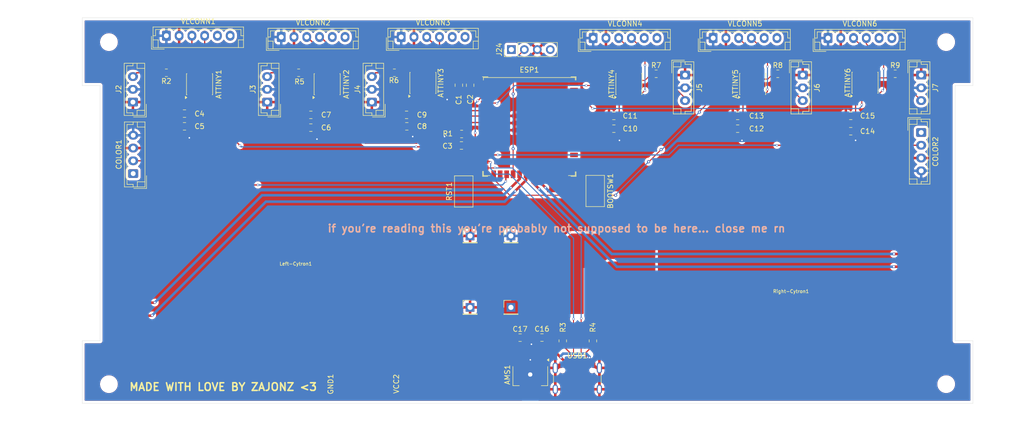
<source format=kicad_pcb>
(kicad_pcb (version 20241229) (generator "pcbnew") (generator_version "9.0")
  (layers (0 "F.Cu" signal) (2 "B.Cu" signal) (13 "F.Paste" user) (15 "B.Paste" user) (5 "F.SilkS" user "F.Silkscreen") (7 "B.SilkS" user "B.Silkscreen") (1 "F.Mask" user) (3 "B.Mask" user) (25 "Edge.Cuts" user))
  (net 0 "")
  (net 1 "GND")
  (net 2 "BOOT")
  (net 3 "+3.3V")
  (net 4 "EN")
  (net 5 "+3V3")
  (net 6 "D+")
  (net 7 "D-")
  (net 8 "Net-(J2-Pin_3)")
  (net 9 "Net-(J3-Pin_3)")
  (net 10 "Net-(J4-Pin_3)")
  (net 11 "Net-(J5-Pin_3)")
  (net 12 "Net-(J6-Pin_3)")
  (net 13 "Net-(J7-Pin_3)")
  (net 14 "SCLATT1")
  (net 15 "SDAATT1")
  (net 16 "SCLATT2")
  (net 17 "SDAATT2")
  (net 18 "SDAATT3")
  (net 19 "SCLATT3")
  (net 20 "SCLATT6")
  (net 21 "SDAATT6")
  (net 22 "SDAATT5")
  (net 23 "SCLATT5")
  (net 24 "SCLATT4")
  (net 25 "SDAATT4")
  (net 26 "VCC")
  (net 27 "COLOR1")
  (net 28 "COLOR2")
  (net 30 "start")
  (net 31 "DIR")
  (net 34 "PWM")
  (net 37 "PWM2")
  (net 38 "DIR2")
  (net 39 "SENSOR3")
  (net 40 "IO15")
  (net 41 "IO38")
  (net 42 "IO21")
  (net 43 "SENSOR6")
  (net 44 "IO18")
  (net 45 "IO16")
  (net 46 "IO39")
  (net 47 "IO48")
  (net 48 "IO17")
  (net 49 "SENSOR5")
  (net 50 "IO47")
  (net 51 "IO41")
  (net 52 "IO45")
  (net 53 "SENSOR1")
  (net 54 "SENSOR2")
  (net 55 "IO40")
  (net 56 "SENSOR4")
  (net 57 "IO42")
  (net 58 "IO46")
  (net 59 "VBUSUSBC")
  (net 62 "Net-(ATTINY1-~{RESET}{slash}PA0)")
  (net 65 "Net-(ATTINY2-~{RESET}{slash}PA0)")
  (net 68 "Net-(ATTINY3-~{RESET}{slash}PA0)")
  (net 69 "Net-(ATTINY4-~{RESET}{slash}PA0)")
  (net 72 "Net-(ATTINY5-~{RESET}{slash}PA0)")
  (net 76 "Net-(ATTINY6-~{RESET}{slash}PA0)")
  (net 86 "Net-(USB1-CC1)")
  (net 87 "Net-(USB1-CC2)")
  (footprint "Capacitor_SMD:C_0805_2012Metric" (layer "F.Cu") (at 205.57 188.62)
    (property "Reference" "C16")
    (property "Value" "22uF")
  )
  (footprint "Connector_JST:JST_EH_B3B-EH-A_1x03_P2.50mm_Vertical" (layer "F.Cu") (at 172.25 142.5 90)
    (property "Reference" "J4")
    (property "Value" "ATTINYPROG.3")
  )
  (footprint "Connector_JST:JST_EH_B3B-EH-A_1x03_P2.50mm_Vertical" (layer "F.Cu") (at 125.45 142.5 90)
    (property "Reference" "J2")
    (property "Value" "ATTINYPROG.1")
  )
  (footprint "Capacitor_SMD:C_0805_2012Metric" (layer "F.Cu") (at 243.905 145.205 180)
    (property "Reference" "C13")
    (property "Value" "100nF")
  )
  (footprint "Resistor_SMD:R_0805_2012Metric" (layer "F.Cu") (at 251.7675 136.955)
    (property "Reference" "R8")
    (property "Value" "4.7K")
  )
  (footprint "Connector_PinHeader_2.54mm:PinHeader_1x01_P2.54mm_Vertical" (layer "F.Cu") (at 199.49 168.71)
    (property "Reference" "3V3" (hide yes))
    (property "Value" "3V3")
  )
  (footprint "Capacitor_SMD:C_0805_2012Metric" (layer "F.Cu") (at 266.055 148.205 180)
    (property "Reference" "C14")
    (property "Value" "4.7uF")
  )
  (footprint "Capacitor_SMD:C_0805_2012Metric" (layer "F.Cu") (at 179.1 147.25 180)
    (property "Reference" "C8")
    (property "Value" "4.7uF")
  )
  (footprint "Connector_JST:JST_EH_B4B-EH-A_1x04_P2.50mm_Vertical" (layer "F.Cu") (at 279.855 148.455 -90)
    (property "Reference" "COLOR2")
    (property "Value" "ColorSensor1")
  )
  (footprint "Connector_JST:JST_EH_B6B-EH-A_1x06_P2.50mm_Vertical" (layer "F.Cu") (at 215.605 129.955)
    (property "Reference" "VLCONN4")
    (property "Value" "VLCONN4")
  )
  (footprint "MountingHole:MountingHole_3mm" (layer "F.Cu") (at 284.75 197.75)
    (property "Reference" "REF**" (hide yes))
    (property "Value" "MountingHole_3mm")
  )
  (footprint "Connector_JST:JST_EH_B6B-EH-A_1x06_P2.50mm_Vertical" (layer "F.Cu") (at 178 129.75)
    (property "Reference" "VLCONN3")
    (property "Value" "VLCONN3")
  )
  (footprint "Resistor_SMD:R_0805_2012Metric" (layer "F.Cu") (at 157.9125 136.75 180)
    (property "Reference" "R5")
    (property "Value" "4.7K")
  )
  (footprint "Connector_JST:JST_EH_B3B-EH-A_1x03_P2.50mm_Vertical" (layer "F.Cu") (at 279.855 137.205 -90)
    (property "Reference" "J7")
    (property "Value" "ATTINYPROG.6")
  )
  (footprint "Resistor_SMD:R_0805_2012Metric" (layer "F.Cu") (at 132 136.75 180)
    (property "Reference" "R2")
    (property "Value" "4.7K")
  )
  (footprint "Capacitor_SMD:C_0805_2012Metric" (layer "F.Cu") (at 201.29 188.64)
    (property "Reference" "C17")
    (property "Value" "22uF")
  )
  (footprint "Package_SO:SOIC-8_3.9x4.9mm_P1.27mm" (layer "F.Cu") (at 182.25 138.75 90)
    (property "Reference" "ATTINY3")
    (property "Value" "ATtiny402-SS")
  )
  (footprint "MountingHole:MountingHole_3mm" (layer "F.Cu") (at 284.75 130.75)
    (property "Reference" "REF**" (hide yes))
    (property "Value" "MountingHole_3mm")
  )
  (footprint "Capacitor_SMD:C_0805_2012Metric" (layer "F.Cu") (at 191.5 139.2 90)
    (property "Reference" "C2")
    (property "Value" "0.1uF")
  )
  (footprint "Connector_PinHeader_2.54mm:PinHeader_1x01_P2.54mm_Vertical" (layer "F.Cu") (at 199.49 182.71)
    (property "Reference" "VCC1" (hide yes))
    (property "Value" "3V3")
  )
  (footprint "Capacitor_SMD:C_0805_2012Metric" (layer "F.Cu") (at 179.05 145 180)
    (property "Reference" "C9")
    (property "Value" "100nF")
  )
  (footprint "Capacitor_SMD:C_0805_2012Metric" (layer "F.Cu") (at 160.3 145 180)
    (property "Reference" "C7")
    (property "Value" "100nF")
  )
  (footprint "Package_SO:SOIC-8_3.9x4.9mm_P1.27mm" (layer "F.Cu") (at 163.5 139 90)
    (property "Reference" "ATTINY2")
    (property "Value" "ATtiny402-SS")
  )
  (footprint "Resistor_SMD:R_0805_2012Metric" (layer "F.Cu") (at 227.9425 136.955)
    (property "Reference" "R7")
    (property "Value" "4.7K")
  )
  (footprint "Package_SO:SOIC-8_3.9x4.9mm_P1.27mm" (layer "F.Cu") (at 246.855 138.955 90)
    (property "Reference" "ATTINY5")
    (property "Value" "ATtiny402-SS")
  )
  (footprint "Package_TO_SOT_SMD:SOT-223-3_TabPin2" (layer "F.Cu") (at 203.29 196.14 -90)
    (property "Reference" "AMS1")
    (property "Value" "AMS1117-3.3")
  )
  (footprint "Package_SO:SOIC-8_3.9x4.9mm_P1.27mm" (layer "F.Cu") (at 222.605 138.955 90)
    (property "Reference" "ATTINY4")
    (property "Value" "ATtiny402-SS")
  )
  (footprint "Resistor_SMD:R_0805_2012Metric" (layer "F.Cu") (at 176.6625 136.75 180)
    (property "Reference" "R6")
    (property "Value" "4.7K")
  )
  (footprint "Capacitor_SMD:C_0805_2012Metric" (layer "F.Cu") (at 135.55 147.25 180)
    (property "Reference" "C5")
    (property "Value" "4.7uF")
  )
  (footprint "Capacitor_SMD:C_0805_2012Metric" (layer "F.Cu") (at 135.55 144.75 180)
    (property "Reference" "C4")
    (property "Value" "100nF")
  )
  (footprint "Connector_Wire:SolderWirePad_1x01_SMD_5x10mm" (layer "F.Cu") (at 170.175 197.75 90)
    (property "Reference" "GND1")
    (property "Value" "3V3")
  )
  (footprint "Connector_JST:JST_EH_B4B-EH-A_1x04_P2.50mm_Vertical" (layer "F.Cu") (at 125.5 156.5 90)
    (property "Reference" "COLOR1")
    (property "Value" "ColorSensor1")
  )
  (footprint "Connector_JST:JST_EH_B3B-EH-A_1x03_P2.50mm_Vertical" (layer "F.Cu") (at 233.605 137.205 -90)
    (property "Reference" "J5")
    (property "Value" "ATTINYPROG.4")
  )
  (footprint "Connector_JST:JST_EH_B6B-EH-A_1x06_P2.50mm_Vertical" (layer "F.Cu") (at 239.105 129.955)
    (property "Reference" "VLCONN5")
    (property "Value" "VLCONN5")
  )
  (footprint "Connector_JST:JST_EH_B6B-EH-A_1x06_P2.50mm_Vertical" (layer "F.Cu") (at 154.5 129.75)
    (property "Reference" "VLCONN2")
    (property "Value" "VLCONN2")
  )
  (footprint "Connector_JST:JST_EH_B6B-EH-A_1x06_P2.50mm_Vertical" (layer "F.Cu") (at 132 129.5)
    (property "Reference" "VLCONN1")
    (property "Value" "VLCONN1")
  )
  (footprint "Capacitor_SMD:C_0805_2012Metric" (layer "F.Cu") (at 243.905 147.705 180)
    (property "Reference" "C12")
    (property "Value" "4.7uF")
  )
  (footprint "Package_SO:SOIC-8_3.9x4.9mm_P1.27mm" (layer "F.Cu") (at 268.855 138.705 90)
    (property "Reference" "ATTINY6")
    (property "Value" "ATtiny402-SS")
  )
  (footprint "Package_SO:SOIC-8_3.9x4.9mm_P1.27mm" (layer "F.Cu") (at 138.5 139 90)
    (property "Reference" "ATTINY1")
    (property "Value" "ATtiny402-SS")
  )
  (footprint "Capacitor_SMD:C_0805_2012Metric" (layer "F.Cu") (at 189.8 151 180)
    (property "Reference" "C3")
    (property "Value" "10uF")
  )
  (footprint "Capacitor_SMD:C_0805_2012Metric" (layer "F.Cu") (at 219.655 147.705 180)
    (property "Reference" "C10")
    (property "Value" "4.7uF")
  )
  (footprint "Button_Switch_SMD:SW_SPST_FSMSM" (layer "F.Cu") (at 190.25 160 90)
    (property "Reference" "RST1")
    (property "Value" "RST")
  )
  (footprint "Button_Switch_SMD:SW_SPST_FSMSM" (layer "F.Cu") (at 216 159.91 90)
    (property "Reference" "BOOTSW1")
    (property "Value" "BOOT Switch")
  )
  (footprint "Connector_PinHeader_2.54mm:PinHeader_1x01_P2.54mm_Vertical" (layer "F.Cu") (at 191.49 182.71)
    (property "Reference" "J17" (hide yes))
    (property "Value" "3V3")
  )
  (footprint "Connector_Wire:SolderWirePad_1x01_SMD_5x10mm" (layer "F.Cu") (at 183.05 197.7 90)
    (property "Reference" "VCC2")
    (property "Value" "3V3")
  )
  (footprint "Connector_JST:JST_EH_B6B-EH-A_1x06_P2.50mm_Vertical" (layer "F.Cu") (at 261.605 129.955)
    (property "Reference" "VLCONN6")
    (property "Value" "VLCONN6")
  )
  (footprint "Resistor_SMD:R_0805_2012Metric" (layer "F.Cu") (at 274.7675 136.955)
    (property "Reference" "R9")
    (property "Value" "4.7K")
  )
  (footprint "Resistor_SMD:R_0805_2012Metric" (layer "F.Cu") (at 189.8375 148.75)
    (property "Reference" "R1")
    (property "Value" "10K")
  )
  (footprint "SumoLibrary:MD13S-Poprawione" (layer "F.Cu") (at 184.575 161.47 180)
    (property "Reference" "Left-Cytron1")
    (property "Value" "CYTRONRIGHT")
  )
  (footprint "MountingHole:MountingHole_3mm" (layer "F.Cu") (at 120.75 197.75)
    (property "Reference" "REF**" (hide yes))
    (property "Value" "MountingHole_3mm")
  )
  (footprint "Connector_USB:USB_C_Receptacle_GCT_USB4105-xx-A_16P_TopMnt_Horizontal" (layer "F.Cu") (at 212.5 197.675)
    (property "Reference" "USB1")
    (property "Value" "USB-C")
  )
  (footprint "SumoLibrary:MD13S-Poprawione" (layer "F.Cu") (at 220.78 195.065)
    (property "Reference" "Right-Cytron1")
    (property "Value" "CYTRONLEFT")
  )
  (footprint "Capacitor_SMD:C_0805_2012Metric" (layer "F.Cu") (at 189.29 139.19 90)
    (property "Reference" "C1")
    (property "Value" "22uF")
  )
  (footprint "MountingHole:MountingHole_3mm" (layer "F.Cu") (at 120.75 130.75)
    (property "Reference" "REF**" (hide yes))
    (property "Value" "MountingHole_3mm")
  )
  (footprint "Capacitor_SMD:C_0805_2012Metric" (layer "F.Cu") (at 160.3 147.5 180)
    (property "Reference" "C6")
    (property "Value" "4.7uF")
  )
  (footprint "Capacitor_SMD:C_0805_2012Metric" (layer "F.Cu") (at 219.655 145.205 180)
    (property "Reference" "C11")
    (property "Value" "100nF")
  )
  (footprint "Connector_PinHeader_2.54mm:PinHeader_1x04_P2.54mm_Vertical" (layer "F.Cu") (at 199.58 132.21 90)
    (property "Reference" "J24")
    (property "Value" "Module")
  )
  (footprint "Resistor_SMD:R_0805_2012Metric" (layer "F.Cu") (at 209.65 189.27 90)
    (property "Reference" "R3")
    (property "Value" "5.1K")
  )
  (footprint "Connector_PinHeader_2.54mm:PinHeader_1x01_P2.54mm_Vertical" (layer "F.Cu") (at 191.49 168.71)
    (property "Reference" "J15" (hide yes))
    (property "Value" "3V3")
  )
  (footprint "Connector_JST:JST_EH_B3B-EH-A_1x03_P2.50mm_Vertical" (layer "F.Cu") (at 151.75 142.5 90)
    (property "Reference" "J3")
    (property "Value" "ATTINYPROG.2")
  )
  (footprint "Resistor_SMD:R_0805_2012Metric" (layer "F.Cu") (at 215.56 189.2775 90)
    (property "Reference" "R4")
    (property "Value" "5.1K")
  )
  (footprint "PCM_Espressif:ESP32-S3-WROOM-1U" (layer "F.Cu") (at 203.1 147.14)
    (property "Reference" "ESP1")
    (property "Value" "ESP32-S3-WROOM-1")
  )
  (footprint "Capacitor_SMD:C_0805_2012Metric" (layer "F.Cu") (at 266.055 145.195 180)
    (property "Reference" "C15")
    (property "Value" "100nF")
  )
  (footprint "Connector_JST:JST_EH_B3B-EH-A_1x03_P2.50mm_Vertical" (layer "F.Cu") (at 256.655 137.205 -90)
    (property "Reference" "J6")
    (property "Value" "ATTINYPROG.5")
  )
  (gr_line (start 290 189.25) (end 286.5 189.25) (stroke (width 0.05)) (layer "Edge.Cuts"))
  (gr_line (start 290 201.5) (end 290 189.25) (stroke (width 0.05)) (layer "Edge.Cuts"))
  (gr_line (start 115.5 189.25) (end 119 189.25) (stroke (width 0.05)) (layer "Edge.Cuts"))
  (gr_line (start 119 189.25) (end 119 139.25) (stroke (width 0.05)) (layer "Edge.Cuts"))
  (gr_line (start 290 127) (end 290 126) (stroke (width 0.05)) (layer "Edge.Cuts"))
  (gr_line (start 115.5 189.25) (end 115.5 201.5) (stroke (width 0.05)) (layer "Edge.Cuts"))
  (gr_line (start 115.5 139.25) (end 115.5 126) (stroke (width 0.05)) (layer "Edge.Cuts"))
  (gr_line (start 286.5 189.25) (end 286.5 139.25) (stroke (width 0.05)) (layer "Edge.Cuts"))
  (gr_line (start 290 201.5) (end 115.5 201.5) (stroke (width 0.05)) (layer "Edge.Cuts"))
  (gr_line (start 290 139.25) (end 290 127) (stroke (width 0.05)) (layer "Edge.Cuts"))
  (gr_line (start 115.5 139.25) (end 119 139.25) (stroke (width 0.05)) (layer "Edge.Cuts"))
  (gr_line (start 115.5 126) (end 290 126) (stroke (width 0.05)) (layer "Edge.Cuts"))
  (gr_line (start 290 139.25) (end 286.5 139.25) (stroke (width 0.05)) (layer "Edge.Cuts"))
  (gr_text "MADE WITH LOVE BY ZAJONZ <3" (at 124.61 199.17 0) (layer "F.SilkS") (effects (font (size 1.5 1.5) (thickness 0.3) (bold yes)) (justify left bottom)))
  (gr_text "if you're reading this you're probably not supposed to be here... close me rn" (at 163.4325 168.12 0) (layer "B.SilkS") (effects (font (size 1.5 1.5) (thickness 0.3) (bold yes)) (justify left bottom)))
  (segment (start 208.18 194.57) (end 208.18 198.75) (width 0.5) (layer "F.Cu") (net 1))
  (segment (start 216.82 194.57) (end 216.82 198.75) (width 0.5) (layer "F.Cu") (net 1))
  (segment (start 208.18 194.57) (end 208.725 194.57) (width 0.5) (layer "F.Cu") (net 1))
  (segment (start 216.82 194.57) (end 216.275 194.57) (width 0.5) (layer "F.Cu") (net 1))
  (segment (start 208.725 194.57) (end 209.3 193.995) (width 0.5) (layer "F.Cu") (net 1))
  (segment (start 216.275 194.57) (end 215.7 193.995) (width 0.5) (layer "F.Cu") (net 1))
  (segment (start 216 155.32) (end 211.92 155.32) (width 0.2) (layer "F.Cu") (net 2))
  (segment (start 211.92 155.32) (end 211.85 155.39) (width 0.2) (layer "F.Cu") (net 2))
  (segment (start 190.25 155.41) (end 192.5 153.16) (width 0.25) (layer "F.Cu") (net 4))
  (segment (start 192.5 152.25) (end 192 152.25) (width 0.25) (layer "F.Cu") (net 4))
  (segment (start 193.0125 142.2375) (end 193.83 141.42) (width 0.25) (layer "F.Cu") (net 4))
  (segment (start 193 142.25) (end 193.0125 142.2375) (width 0.25) (layer "F.Cu") (net 4))
  (segment (start 193.83 141.42) (end 194.35 141.42) (width 0.25) (layer "F.Cu") (net 4))
  (segment (start 192 152.25) (end 190.75 151) (width 0.25) (layer "F.Cu") (net 4))
  (segment (start 190.75 151) (end 190.75 148.75) (width 0.25) (layer "F.Cu") (net 4))
  (segment (start 192.5 152.25) (end 192.5 152) (width 0.25) (layer "F.Cu") (net 4))
  (segment (start 192.5 152) (end 192.5 148.525) (width 0.25) (layer "F.Cu") (net 4))
  (segment (start 192.5 153.16) (end 192.5 152.25) (width 0.25) (layer "F.Cu") (net 4))
  (segment (start 192.5 148.525) (end 192.5 148.5) (width 0.25) (layer "F.Cu") (net 4))
  (via (at 193.0125 142.2375) (size 0.45) (drill 0.3) (layers "F.Cu" "B.Cu") (net 4))
  (via (at 192.5 148.525) (size 0.45) (drill 0.3) (layers "F.Cu" "B.Cu") (net 4))
  (segment (start 192.5 142.75) (end 192.5 148.5) (width 0.25) (layer "B.Cu") (net 4))
  (segment (start 193 142.25) (end 192.5 142.75) (width 0.25) (layer "B.Cu") (net 4))
  (segment (start 203.27 199.27) (end 203.29 199.29) (width 1.25) (layer "F.Cu") (net 5))
  (segment (start 267.005 149.995) (end 267.005 148.205) (width 0.25) (layer "F.Cu") (net 5))
  (segment (start 161.5 149.75) (end 161.5 147.75) (width 0.25) (layer "F.Cu") (net 5))
  (segment (start 244.75 150) (end 244.75 147.81) (width 0.25) (layer "F.Cu") (net 5))
  (segment (start 161.25 145) (end 161.25 141.82) (width 0.25) (layer "F.Cu") (net 5))
  (segment (start 244.855 147.705) (end 244.855 145.205) (width 0.25) (layer "F.Cu") (net 5))
  (segment (start 204.62 188.62) (end 204.62 188.82) (width 0.5) (layer "F.Cu") (net 5))
  (segment (start 161.25 141.82) (end 161.595 141.475) (width 0.25) (layer "F.Cu") (net 5))
  (segment (start 244.855 144.855) (end 244.95 144.76) (width 0.25) (layer "F.Cu") (net 5))
  (segment (start 186.5 149.25) (end 187 148.75) (width 0.5) (layer "F.Cu") (net 5))
  (segment (start 191.5 140.15) (end 194.35 140.15) (width 0.25) (layer "F.Cu") (net 5))
  (segment (start 136.5 147.25) (end 136.5 144.75) (width 0.25) (layer "F.Cu") (net 5))
  (segment (start 180.25 147.45) (end 180.05 147.25) (width 0.25) (layer "F.Cu") (net 5))
  (segment (start 244.855 145.205) (end 244.855 144.855) (width 0.25) (layer "F.Cu") (net 5))
  (segment (start 191.49 140.14) (end 191.5 140.15) (width 0.25) (layer "F.Cu") (net 5))
  (segment (start 180.25 149.25) (end 180.25 147.45) (width 0.25) (layer "F.Cu") (net 5))
  (segment (start 220.75 150) (end 220.75 147.85) (width 0.25) (layer "F.Cu") (net 5))
  (segment (start 136.5 144.75) (end 136.5 144.25) (width 0.25) (layer "F.Cu") (net 5))
  (segment (start 180.05 145.05) (end 180 145) (width 0.25) (layer "F.Cu") (net 5))
  (segment (start 180.05 147.25) (end 180.05 145.05) (width 0.25) (layer "F.Cu") (net 5))
  (segment (start 161.5 147.75) (end 161.25 147.5) (width 0.25) (layer "F.Cu") (net 5))
  (segment (start 244.95 144.76) (end 244.95 141.43) (width 0.25) (layer "F.Cu") (net 5))
  (segment (start 220.75 147.85) (end 220.605 147.705) (width 0.25) (layer "F.Cu") (net 5))
  (segment (start 267.005 148.205) (end 267.005 145.195) (width 0.25) (layer "F.Cu") (net 5))
  (segment (start 220.605 147.705) (end 220.605 145.205) (width 0.25) (layer "F.Cu") (net 5))
  (segment (start 267.005 141.235) (end 266.95 141.18) (width 0.25) (layer "F.Cu") (net 5))
  (segment (start 203.29 195.84) (end 203.27 195.86) (width 1.25) (layer "F.Cu") (net 5))
  (segment (start 189.29 140.14) (end 191.49 140.14) (width 0.25) (layer "F.Cu") (net 5))
  (segment (start 136.595 144.155) (end 136.595 141.475) (width 0.25) (layer "F.Cu") (net 5))
  (segment (start 161.25 147.5) (end 161.25 145) (width 0.25) (layer "F.Cu") (net 5))
  (segment (start 220.605 145.205) (end 220.605 144.895) (width 0.25) (layer "F.Cu") (net 5))
  (segment (start 187 148.75) (end 188.925 148.75) (width 0.5) (layer "F.Cu") (net 5))
  (segment (start 180 141.57) (end 180.345 141.225) (width 0.25) (layer "F.Cu") (net 5))
  (segment (start 203.29 192.99) (end 203.29 195.84) (width 1.25) (layer "F.Cu") (net 5))
  (segment (start 187 142) (end 187.43 142) (width 0.25) (layer "F.Cu") (net 5))
  (segment (start 136.5 144.25) (end 136.595 144.155) (width 0.25) (layer "F.Cu") (net 5))
  (segment (start 267.005 145.195) (end 267.005 141.235) (width 0.25) (layer "F.Cu") (net 5))
  (segment (start 204.62 188.82) (end 203.51 189.93) (width 0.5) (layer "F.Cu") (net 5))
  (segment (start 244.75 147.81) (end 244.855 147.705) (width 0.25) (layer "F.Cu") (net 5))
  (segment (start 187.43 142) (end 189.29 140.14) (width 0.25) (layer "F.Cu") (net 5))
  (segment (start 136.5 149.5) (end 136.5 147.25) (width 0.25) (layer "F.Cu") (net 5))
  (segment (start 180 145) (end 180 141.57) (width 0.25) (layer "F.Cu") (net 5))
  (segment (start 220.605 144.895) (end 220.7 144.8) (width 0.25) (layer "F.Cu") (net 5))
  (segment (start 203.27 195.86) (end 203.27 199.27) (width 1.25) (layer "F.Cu") (net 5))
  (segment (start 220.7 144.8) (end 220.7 141.43) (width 0.25) (layer "F.Cu") (net 5))
  (via (at 220.75 150) (size 0.45) (drill 0.3) (layers "F.Cu" "B.Cu") (net 5))
  (via (at 180.25 149.25) (size 0.45) (drill 0.3) (layers "F.Cu" "B.Cu") (net 5))
  (via (at 161.5 149.75) (size 0.45) (drill 0.3) (layers "F.Cu" "B.Cu") (net 5))
  (via (at 136.5 149.5) (size 0.45) (drill 0.3) (layers "F.Cu" "B.Cu") (net 5))
  (via (at 186.5 149.25) (size 0.45) (drill 0.3) (layers "F.Cu" "B.Cu") (net 5))
  (via (at 187 142) (size 0.45) (drill 0.3) (layers "F.Cu" "B.Cu") (net 5))
  (via (at 203.29 192.99) (size 0.45) (drill 0.3) (layers "F.Cu" "B.Cu") (net 5))
  (via (at 203.51 189.93) (size 0.45) (drill 0.3) (layers "F.Cu" "B.Cu") (net 5))
  (via (at 244.75 150) (size 0.45) (drill 0.3) (layers "F.Cu" "B.Cu") (net 5))
  (via (at 203.27 195.86) (size 1) (drill 0.85) (layers "F.Cu" "B.Cu") (net 5))
  (via (at 267.005 149.995) (size 0.45) (drill 0.3) (layers "F.Cu" "B.Cu") (net 5))
  (segment (start 203.51 192.77) (end 203.29 192.99) (width 0.5) (layer "B.Cu") (net 5))
  (segment (start 203.51 189.93) (end 203.51 192.77) (width 0.5) (layer "B.Cu") (net 5))
  (segment (start 212.25 194.94) (end 212.25 193.995) (width 0.2) (layer "F.Cu") (net 6))
  (segment (start 212.5 195.19) (end 212.25 194.94) (width 0.2) (layer "F.Cu") (net 6))
  (segment (start 213.25 194.93) (end 212.99 195.19) (width 0.2) (layer "F.Cu") (net 6))
  (segment (start 213.25 184.89) (end 213.26 184.88) (width 0.2) (layer "F.Cu") (net 6))
  (segment (start 213.25 193.995) (end 213.25 184.89) (width 0.2) (layer "F.Cu") (net 6))
  (segment (start 194.49 155.25) (end 194.35 155.39) (width 0.25) (layer "F.Cu") (net 6))
  (segment (start 196.37 155.4) (end 194.36 155.4) (width 0.2) (layer "F.Cu") (net 6))
  (segment (start 194.36 155.4) (end 194.35 155.39) (width 0.2) (layer "F.Cu") (net 6))
  (segment (start 213.25 193.995) (end 213.25 194.93) (width 0.2) (layer "F.Cu") (net 6))
  (segment (start 212.99 195.19) (end 212.5 195.19) (width 0.2) (layer "F.Cu") (net 6))
  (via (at 196.37 155.4) (size 0.45) (drill 0.3) (layers "F.Cu" "B.Cu") (net 6))
  (via (at 213.26 184.88) (size 0.45) (drill 0.3) (layers "F.Cu" "B.Cu") (net 6))
  (segment (start 199.8 155.4) (end 213.26 168.86) (width 0.2) (layer "B.Cu") (net 6))
  (segment (start 196.37 155.4) (end 199.8 155.4) (width 0.2) (layer "B.Cu") (net 6))
  (segment (start 213.26 168.86) (end 213.26 184.88) (width 0.2) (layer "B.Cu") (net 6))
  (segment (start 211.75 193.995) (end 211.75 184.99) (width 0.2) (layer "F.Cu") (net 7))
  (segment (start 211.75 184.99) (end 211.76 184.98) (width 0.2) (layer "F.Cu") (net 7))
  (segment (start 211.75 192.88) (end 211.75 193.995) (width 0.2) (layer "F.Cu") (net 7))
  (segment (start 212.75 193.995) (end 212.75 192.89) (width 0.2) (layer "F.Cu") (net 7))
  (segment (start 211.95 192.68) (end 211.75 192.88) (width 0.2) (layer "F.Cu") (net 7))
  (segment (start 195.33 154.12) (end 194.35 154.12) (width 0.2) (layer "F.Cu") (net 7))
  (segment (start 212.75 192.89) (end 212.54 192.68) (width 0.2) (layer "F.Cu") (net 7))
  (segment (start 195.52 154.31) (end 195.33 154.12) (width 0.2) (layer "F.Cu") (net 7))
  (segment (start 193.768 154.12) (end 194.35 154.12) (width 0.25) (layer "F.Cu") (net 7))
  (segment (start 212.54 192.68) (end 211.95 192.68) (width 0.2) (layer "F.Cu") (net 7))
  (via (at 195.52 154.31) (size 0.45) (drill 0.3) (layers "F.Cu" "B.Cu") (net 7))
  (via (at 211.76 184.98) (size 0.45) (drill 0.3) (layers "F.Cu" "B.Cu") (net 7))
  (segment (start 195.52 155.533877) (end 196.606123 156.62) (width 0.2) (layer "B.Cu") (net 7))
  (segment (start 195.52 154.31) (end 195.52 155.533877) (width 0.2) (layer "B.Cu") (net 7))
  (segment (start 199.21 156.62) (end 211.76 169.17) (width 0.2) (layer "B.Cu") (net 7))
  (segment (start 196.606123 156.62) (end 199.21 156.62) (width 0.2) (layer "B.Cu") (net 7))
  (segment (start 211.76 169.17) (end 211.76 184.98) (width 0.2) (layer "B.Cu") (net 7))
  (segment (start 126.2 136.75) (end 125.45 137.5) (width 0.25) (layer "F.Cu") (net 8))
  (segment (start 131.0875 136.75) (end 126.2 136.75) (width 0.25) (layer "F.Cu") (net 8))
  (segment (start 152.5 136.75) (end 151.75 137.5) (width 0.25) (layer "F.Cu") (net 9))
  (segment (start 157 136.75) (end 152.5 136.75) (width 0.25) (layer "F.Cu") (net 9))
  (segment (start 173 136.75) (end 172.25 137.5) (width 0.25) (layer "F.Cu") (net 10))
  (segment (start 175.75 136.75) (end 173 136.75) (width 0.25) (layer "F.Cu") (net 10))
  (segment (start 228.855 136.955) (end 233.605 141.705) (width 0.2) (layer "F.Cu") (net 11))
  (segment (start 233.605 141.705) (end 233.605 142.205) (width 0.2) (layer "F.Cu") (net 11))
  (segment (start 252.68 138.23) (end 256.655 142.205) (width 0.2) (layer "F.Cu") (net 12))
  (segment (start 252.68 136.955) (end 252.68 138.23) (width 0.2) (layer "F.Cu") (net 12))
  (segment (start 275.68 138.03) (end 279.855 142.205) (width 0.2) (layer "F.Cu") (net 13))
  (segment (start 275.68 136.955) (end 275.68 138.03) (width 0.2) (layer "F.Cu") (net 13))
  (segment (start 140.405 136.525) (end 140.405 135.405) (width 0.25) (layer "F.Cu") (net 14))
  (segment (start 140.405 135.405) (end 137 132) (width 0.25) (layer "F.Cu") (net 14))
  (segment (start 137 132) (end 137 129.5) (width 0.25) (layer "F.Cu") (net 14))
  (segment (start 140.405 139.595) (end 142 138) (width 0.25) (layer "F.Cu") (net 15))
  (segment (start 139.5 131) (end 139.5 129.5) (width 0.25) (layer "F.Cu") (net 15))
  (segment (start 142 133.5) (end 139.5 131) (width 0.25) (layer "F.Cu") (net 15))
  (segment (start 142 138) (end 142 133.5) (width 0.25) (layer "F.Cu") (net 15))
  (segment (start 140.405 141.475) (end 140.405 139.595) (width 0.25) (layer "F.Cu") (net 15))
  (segment (start 159.604999 129.75) (end 159.5 129.75) (width 0.25) (layer "F.Cu") (net 16))
  (segment (start 165.405 135.550001) (end 159.604999 129.75) (width 0.25) (layer "F.Cu") (net 16))
  (segment (start 165.405 136.525) (end 165.405 135.550001) (width 0.25) (layer "F.Cu") (net 16))
  (segment (start 162.25 129.75) (end 162 129.75) (width 0.25) (layer "F.Cu") (net 17))
  (segment (start 165.405 141.475) (end 165.405 139.845) (width 0.25) (layer "F.Cu") (net 17))
  (segment (start 165.405 139.845) (end 167.5 137.75) (width 0.25) (layer "F.Cu") (net 17))
  (segment (start 167.5 135) (end 162.25 129.75) (width 0.25) (layer "F.Cu") (net 17))
  (segment (start 167.5 137.75) (end 167.5 135) (width 0.25) (layer "F.Cu") (net 17))
  (segment (start 184.155 141.225) (end 185.5 139.88) (width 0.25) (layer "F.Cu") (net 18))
  (segment (start 185.5 139.88) (end 185.5 129.75) (width 0.25) (layer "F.Cu") (net 18))
  (segment (start 184.155 130.905) (end 183 129.75) (width 0.25) (layer "F.Cu") (net 19))
  (segment (start 184.155 136.275) (end 184.155 130.905) (width 0.25) (layer "F.Cu") (net 19))
  (segment (start 266.605 129.955) (end 270.76 134.11) (width 0.2) (layer "F.Cu") (net 20))
  (segment (start 270.76 134.11) (end 270.76 136.23) (width 0.2) (layer "F.Cu") (net 20))
  (segment (start 269.105 131.105) (end 272.25 134.25) (width 0.2) (layer "F.Cu") (net 21))
  (segment (start 272.25 140.25) (end 271.32 141.18) (width 0.2) (layer "F.Cu") (net 21))
  (segment (start 271.32 141.18) (end 270.76 141.18) (width 0.2) (layer "F.Cu") (net 21))
  (segment (start 272.25 134.25) (end 272.5 134.5) (width 0.2) (layer "F.Cu") (net 21))
  (segment (start 269.105 129.955) (end 269.105 131.105) (width 0.2) (layer "F.Cu") (net 21))
  (segment (start 272.5 134.5) (end 272.5 136) (width 0.2) (layer "F.Cu") (net 21))
  (via (at 272.2625 140.2375) (size 0.45) (drill 0.3) (layers "F.Cu" "B.Cu") (net 21))
  (via (at 272.5 136) (size 0.45) (drill 0.3) (layers "F.Cu" "B.Cu") (net 21))
  (segment (start 272.2625 140.2375) (end 272.25 140.25) (width 0.2) (layer "B.Cu") (net 21))
  (segment (start 272.5 140) (end 272.2625 140.2375) (width 0.2) (layer "B.Cu") (net 21))
  (segment (start 272.5 136) (end 272.5 140) (width 0.2) (layer "B.Cu") (net 21))
  (segment (start 249.75 135.5) (end 249.75 133.1) (width 0.2) (layer "F.Cu") (net 22))
  (segment (start 249.75 140) (end 249.75 140.025) (width 0.2) (layer "F.Cu") (net 22))
  (segment (start 249.75 140.025) (end 249.75 140.44) (width 0.2) (layer "F.Cu") (net 22))
  (segment (start 249.75 133.1) (end 246.605 129.955) (width 0.2) (layer "F.Cu") (net 22))
  (segment (start 249.75 140.44) (end 248.76 141.43) (width 0.2) (layer "F.Cu") (net 22))
  (via (at 249.75 140.025) (size 0.45) (drill 0.3) (layers "F.Cu" "B.Cu") (net 22))
  (via (at 249.75 135.55) (size 0.45) (drill 0.3) (layers "F.Cu" "B.Cu") (net 22))
  (segment (start 249.75 135.5) (end 249.75 135.55) (width 0.2) (layer "B.Cu") (net 22))
  (segment (start 249.75 135.55) (end 249.75 140) (width 0.2) (layer "B.Cu") (net 22))
  (segment (start 248.76 136.48) (end 248.76 134.61) (width 0.2) (layer "F.Cu") (net 23))
  (segment (start 248.76 134.61) (end 244.105 129.955) (width 0.2) (layer "F.Cu") (net 23))
  (segment (start 224.51 133.86) (end 220.605 129.955) (width 0.2) (layer "F.Cu") (net 24))
  (segment (start 224.51 136.48) (end 224.51 133.86) (width 0.2) (layer "F.Cu") (net 24))
  (segment (start 225.69 140.25) (end 224.51 141.43) (width 0.2) (layer "F.Cu") (net 25))
  (segment (start 225.75 132.6) (end 225.75 135.25) (width 0.2) (layer "F.Cu") (net 25))
  (segment (start 223.105 129.955) (end 225.75 132.6) (width 0.2) (layer "F.Cu") (net 25))
  (segment (start 225.75 140.25) (end 225.69 140.25) (width 0.2) (layer "F.Cu") (net 25))
  (via (at 225.75 140.25) (size 0.45) (drill 0.3) (layers "F.Cu" "B.Cu") (net 25))
  (via (at 225.75 135.275) (size 0.45) (drill 0.3) (layers "F.Cu" "B.Cu") (net 25))
  (segment (start 225.75 135.25) (end 225.75 135.275) (width 0.2) (layer "B.Cu") (net 25))
  (segment (start 225.75 135.275) (end 225.75 140.25) (width 0.2) (layer "B.Cu") (net 25))
  (segment (start 279.855 150.955) (end 251.605 150.955) (width 0.25) (layer "F.Cu") (net 27))
  (segment (start 251.605 150.955) (end 251.6 150.95) (width 0.25) (layer "F.Cu") (net 27))
  (segment (start 196.9 152.85) (end 194.35 152.85) (width 0.25) (layer "F.Cu") (net 27))
  (via (at 196.925 152.85) (size 0.45) (drill 0.3) (layers "F.Cu" "B.Cu") (net 27))
  (via (at 251.6 150.95) (size 0.45) (drill 0.3) (layers "F.Cu" "B.Cu") (net 27))
  (segment (start 196.9 152.85) (end 196.925 152.85) (width 0.25) (layer "B.Cu") (net 27))
  (segment (start 232.3 150.95) (end 230.4 152.85) (width 0.25) (layer "B.Cu") (net 27))
  (segment (start 251.6 150.95) (end 232.3 150.95) (width 0.25) (layer "B.Cu") (net 27))
  (segment (start 230.4 152.85) (end 196.925 152.85) (width 0.25) (layer "B.Cu") (net 27))
  (segment (start 149.92 158.73) (end 132.73 158.73) (width 0.25) (layer "F.Cu") (net 28))
  (segment (start 128 154) (end 125.5 154) (width 0.25) (layer "F.Cu") (net 28))
  (segment (start 198.5 158) (end 198.5 156.795) (width 0.25) (layer "F.Cu") (net 28))
  (segment (start 132.73 158.73) (end 128 154) (width 0.25) (layer "F.Cu") (net 28))
  (segment (start 198.5 156.795) (end 198.655 156.64) (width 0.25) (layer "F.Cu") (net 28))
  (via (at 198.5 158) (size 0.45) (drill 0.3) (layers "F.Cu" "B.Cu") (net 28))
  (via (at 149.92 158.73) (size 0.45) (drill 0.3) (layers "F.Cu" "B.Cu") (net 28))
  (segment (start 197.81 158.73) (end 198.5 158.04) (width 0.25) (layer "B.Cu") (net 28))
  (segment (start 149.92 158.73) (end 197.81 158.73) (width 0.25) (layer "B.Cu") (net 28))
  (segment (start 198.5 158.04) (end 198.5 158) (width 0.25) (layer "B.Cu") (net 28))
  (segment (start 199.96 134.37) (end 202.12 132.21) (width 0.2) (layer "F.Cu") (net 30))
  (segment (start 199.96 140.88) (end 199.96 134.37) (width 0.2) (layer "F.Cu") (net 30))
  (segment (start 199.925 156.64) (end 199.925 151.625) (width 0.2) (layer "F.Cu") (net 30))
  (segment (start 199.94 140.9) (end 199.96 140.88) (width 0.2) (layer "F.Cu") (net 30))
  (segment (start 199.925 151.625) (end 199.93 151.62) (width 0.2) (layer "F.Cu") (net 30))
  (via (at 199.93 151.62) (size 0.6) (drill 0.3) (layers "F.Cu" "B.Cu") (net 30))
  (via (at 199.94 140.9) (size 0.6) (drill 0.3) (layers "F.Cu" "B.Cu") (net 30))
  (segment (start 199.93 151.62) (end 199.93 140.91) (width 0.2) (layer "B.Cu") (net 30))
  (segment (start 199.93 140.91) (end 199.94 140.9) (width 0.2) (layer "B.Cu") (net 30))
  (segment (start 274.525 172.25) (end 281.06 172.25) (width 0.5) (layer "F.Cu") (net 31))
  (segment (start 205.005 156.64) (end 205.005 158.005) (width 0.5) (layer "F.Cu") (net 31))
  (segment (start 205.005 158.005) (end 206.25 159.25) (width 0.5) (layer "F.Cu") (net 31))
  (segment (start 281.06 172.25) (end 281.105 172.205) (width 0.5) (layer "F.Cu") (net 31))
  (segment (start 274.5 172.25) (end 274.525 172.25) (width 0.5) (layer "F.Cu") (net 31))
  (via (at 274.525 172.25) (size 0.5) (drill 0.35) (layers "F.Cu" "B.Cu") (net 31))
  (via (at 206.25 159.25) (size 0.45) (drill 0.3) (layers "F.Cu" "B.Cu") (net 31))
  (segment (start 219.25 172.25) (end 274.5 172.25) (width 0.5) (layer "B.Cu") (net 31))
  (segment (start 206.25 159.25) (end 219.25 172.25) (width 0.5) (layer "B.Cu") (net 31))
  (segment (start 274.505 174.745) (end 281.105 174.745) (width 0.5) (layer "F.Cu") (net 34))
  (segment (start 203.735 158.235) (end 205 159.5) (width 0.5) (layer "F.Cu") (net 34))
  (segment (start 274.5 174.75) (end 274.505 174.745) (width 0.5) (layer "F.Cu") (net 34))
  (segment (start 203.735 156.64) (end 203.735 158.235) (width 0.5) (layer "F.Cu") (net 34))
  (via (at 274.5 174.75) (size 0.5) (drill 0.35) (layers "F.Cu" "B.Cu") (net 34))
  (via (at 205 159.5) (size 0.45) (drill 0.3) (layers "F.Cu" "B.Cu") (net 34))
  (segment (start 220.25 174.75) (end 274.5 174.75) (width 0.5) (layer "B.Cu") (net 34))
  (segment (start 205 159.5) (end 205.0375 159.5375) (width 0.5) (layer "B.Cu") (net 34))
  (segment (start 205.1 159.6) (end 220.25 174.75) (width 0.5) (layer "B.Cu") (net 34))
  (segment (start 205.0375 159.5375) (end 205.1 159.6) (width 0.5) (layer "B.Cu") (net 34))
  (segment (start 201.195 156.64) (end 201.195 157.555) (width 0.5) (layer "F.Cu") (net 37))
  (segment (start 129.75 181.75) (end 129.7375 181.7625) (width 0.5) (layer "F.Cu") (net 37))
  (segment (start 129.71 181.79) (end 124.25 181.79) (width 0.5) (layer "F.Cu") (net 37))
  (segment (start 201.195 157.555) (end 199.5 159.25) (width 0.5) (layer "F.Cu") (net 37))
  (segment (start 129.7375 181.7625) (end 129.71 181.79) (width 0.5) (layer "F.Cu") (net 37))
  (via (at 199.5 159.25) (size 0.45) (drill 0.3) (layers "F.Cu" "B.Cu") (net 37))
  (via (at 129.7375 181.7625) (size 0.5) (drill 0.35) (layers "F.Cu" "B.Cu") (net 37))
  (segment (start 199.5 159.25) (end 198 160.75) (width 0.5) (layer "B.Cu") (net 37))
  (segment (start 154.5 160.75) (end 150.75 160.75) (width 0.5) (layer "B.Cu") (net 37))
  (segment (start 150.75 160.75) (end 129.75 181.75) (width 0.5) (layer "B.Cu") (net 37))
  (segment (start 198 160.75) (end 154.5 160.75) (width 0.5) (layer "B.Cu") (net 37))
  (segment (start 129.25 184.25) (end 129.2125 184.2875) (width 0.5) (layer "F.Cu") (net 38))
  (segment (start 202.465 157.785) (end 202.465 156.64) (width 0.5) (layer "F.Cu") (net 38))
  (segment (start 129.2125 184.2875) (end 129.17 184.33) (width 0.5) (layer "F.Cu") (net 38))
  (segment (start 129.17 184.33) (end 124.25 184.33) (width 0.5) (layer "F.Cu") (net 38))
  (segment (start 200.325 159.925) (end 202.465 157.785) (width 0.5) (layer "F.Cu") (net 38))
  (via (at 200.325 159.925) (size 0.45) (drill 0.3) (layers "F.Cu" "B.Cu") (net 38))
  (via (at 129.2125 184.2875) (size 0.5) (drill 0.35) (layers "F.Cu" "B.Cu") (net 38))
  (segment (start 151.5 162) (end 129.25 184.25) (width 0.5) (layer "B.Cu") (net 38))
  (segment (start 198.25 162) (end 151.5 162) (width 0.5) (layer "B.Cu") (net 38))
  (segment (start 200.325 159.925) (end 198.25 162) (width 0.5) (layer "B.Cu") (net 38))
  (segment (start 183.591001 144.176) (end 194.134 144.176) (width 0.25) (layer "F.Cu") (net 39))
  (segment (start 181.615 141.225) (end 181.615 142.199999) (width 0.25) (layer "F.Cu") (net 39))
  (segment (start 181.615 142.199999) (end 183.591001 144.176) (width 0.25) (layer "F.Cu") (net 39))
  (segment (start 194.134 144.176) (end 194.35 143.96) (width 0.25) (layer "F.Cu") (net 39))
  (segment (start 268.22 142.975) (end 268.22 141.18) (width 0.2) (layer "F.Cu") (net 43))
  (segment (start 213.17 141.42) (end 211.85 141.42) (width 0.2) (layer "F.Cu") (net 43))
  (segment (start 268.22 143) (end 268.22 142.975) (width 0.2) (layer "F.Cu") (net 43))
  (segment (start 215.5 143.75) (end 213.17 141.42) (width 0.2) (layer "F.Cu") (net 43))
  (via (at 215.5 143.75) (size 0.45) (drill 0.3) (layers "F.Cu" "B.Cu") (net 43))
  (via (at 268.22 143) (size 0.45) (drill 0.3) (layers "F.Cu" "B.Cu") (net 43))
  (segment (start 267.75 143.75) (end 268.22 143.28) (width 0.2) (layer "B.Cu") (net 43))
  (segment (start 268.22 143.28) (end 268.22 143) (width 0.2) (layer "B.Cu") (net 43))
  (segment (start 215.5 143.75) (end 267.75 143.75) (width 0.2) (layer "B.Cu") (net 43))
  (segment (start 220 160.75) (end 199.275 160.75) (width 0.2) (layer "F.Cu") (net 49))
  (segment (start 226.53 154.18) (end 226.46 154.18) (width 0.2) (layer "F.Cu") (net 49))
  (segment (start 228.91 151.8) (end 226.53 154.18) (width 0.2) (layer "F.Cu") (net 49))
  (segment (start 236.41 144.34) (end 236.41 144.46) (width 0.2) (layer "F.Cu") (net 49))
  (segment (start 241 139.75) (end 236.41 144.34) (width 0.2) (layer "F.Cu") (net 49))
  (segment (start 196.115 157.59) (end 199.275 160.75) (width 0.2) (layer "F.Cu") (net 49))
  (segment (start 245.514999 139.75) (end 241 139.75) (width 0.2) (layer "F.Cu") (net 49))
  (segment (start 246.22 141.43) (end 246.22 140.455001) (width 0.2) (layer "F.Cu") (net 49))
  (segment (start 196.115 156.64) (end 196.115 157.59) (width 0.2) (layer "F.Cu") (net 49))
  (segment (start 246.22 140.455001) (end 245.514999 139.75) (width 0.2) (layer "F.Cu") (net 49))
  (via (at 226.46 154.18) (size 0.6) (drill 0.3) (layers "F.Cu" "B.Cu") (net 49))
  (via (at 220 160.75) (size 0.6) (drill 0.3) (layers "F.Cu" "B.Cu") (net 49))
  (via (at 236.41 144.46) (size 0.6) (drill 0.3) (layers "F.Cu" "B.Cu") (net 49))
  (via (at 228.91 151.8) (size 0.6) (drill 0.3) (layers "F.Cu" "B.Cu") (net 49))
  (segment (start 236.41 144.46) (end 229.07 151.8) (width 0.2) (layer "B.Cu") (net 49))
  (segment (start 229.07 151.8) (end 228.91 151.8) (width 0.2) (layer "B.Cu") (net 49))
  (segment (start 220 160.64) (end 220 160.75) (width 0.2) (layer "B.Cu") (net 49))
  (segment (start 226.46 154.18) (end 220 160.64) (width 0.2) (layer "B.Cu") (net 49))
  (segment (start 180.92 151.26) (end 181.68 151.26) (width 0.25) (layer "F.Cu") (net 53))
  (segment (start 181.68 151.26) (end 186.44 146.5) (width 0.25) (layer "F.Cu") (net 53))
  (segment (start 186.44 146.5) (end 194.35 146.5) (width 0.25) (layer "F.Cu") (net 53))
  (segment (start 137.865 141.475) (end 137.865 142.449999) (width 0.25) (layer "F.Cu") (net 53))
  (segment (start 137.865 142.449999) (end 146.415001 151) (width 0.25) (layer "F.Cu") (net 53))
  (via (at 146.415001 151) (size 0.45) (drill 0.3) (layers "F.Cu" "B.Cu") (net 53))
  (via (at 180.92 151.26) (size 0.45) (drill 0.3) (layers "F.Cu" "B.Cu") (net 53))
  (segment (start 146.675001 151.26) (end 146.415001 151) (width 0.25) (layer "B.Cu") (net 53))
  (segment (start 180.92 151.26) (end 146.675001 151.26) (width 0.25) (layer "B.Cu") (net 53))
  (segment (start 162.865 142.449999) (end 170.964001 150.549) (width 0.25) (layer "F.Cu") (net 54))
  (segment (start 162.865 141.475) (end 162.865 142.449999) (width 0.25) (layer "F.Cu") (net 54))
  (segment (start 170.964001 150.549) (end 181.06319 150.549) (width 0.25) (layer "F.Cu") (net 54))
  (segment (start 186.38219 145.23) (end 194.35 145.23) (width 0.25) (layer "F.Cu") (net 54))
  (segment (start 181.06319 150.549) (end 186.38219 145.23) (width 0.25) (layer "F.Cu") (net 54))
  (segment (start 214.25 139.25) (end 220.764999 139.25) (width 0.2) (layer "F.Cu") (net 56))
  (segment (start 220.764999 139.25) (end 221.97 140.455001) (width 0.2) (layer "F.Cu") (net 56))
  (segment (start 196.75 142.75) (end 196.69 142.69) (width 0.2) (layer "F.Cu") (net 56))
  (segment (start 196.69 142.69) (end 194.35 142.69) (width 0.2) (layer "F.Cu") (net 56))
  (segment (start 221.97 140.455001) (end 221.97 141.43) (width 0.2) (layer "F.Cu") (net 56))
  (via (at 196.75 142.75) (size 0.45) (drill 0.3) (layers "F.Cu" "B.Cu") (net 56))
  (via (at 214.25 139.25) (size 0.45) (drill 0.3) (layers "F.Cu" "B.Cu") (net 56))
  (segment (start 200.25 139.25) (end 196.75 142.75) (width 0.2) (layer "B.Cu") (net 56))
  (segment (start 214.25 139.25) (end 200.25 139.25) (width 0.2) (layer "B.Cu") (net 56))
  (segment (start 200.99 191.88) (end 200.99 192.99) (width 0.5) (layer "F.Cu") (net 59))
  (segment (start 202.98 190.88) (end 202.58 190.88) (width 0.5) (layer "F.Cu") (net 59))
  (segment (start 201.99 190.88) (end 202.98 190.88) (width 0.5) (layer "F.Cu") (net 59))
  (segment (start 210.1 193.995) (end 210.1 193.3659) (width 0.5) (layer "F.Cu") (net 59))
  (segment (start 207.6141 190.88) (end 201.99 190.88) (width 0.5) (layer "F.Cu") (net 59))
  (segment (start 214.9 193.995) (end 214.9 192.55) (width 0.5) (layer "F.Cu") (net 59))
  (segment (start 210.1 193.3659) (end 209.29205 192.55795) (width 0.5) (layer "F.Cu") (net 59))
  (segment (start 209.29205 192.55795) (end 207.6141 190.88) (width 0.5) (layer "F.Cu") (net 59))
  (segment (start 201.99 190.88) (end 200.99 191.88) (width 0.5) (layer "F.Cu") (net 59))
  (segment (start 202.58 190.88) (end 200.34 188.64) (width 0.5) (layer "F.Cu") (net 59))
  (via (at 214.9 192.55) (size 0.45) (drill 0.3) (layers "F.Cu" "B.Cu") (net 59))
  (via (at 209.29205 192.55795) (size 0.45) (drill 0.3) (layers "F.Cu" "B.Cu") (net 59))
  (segment (start 209.7 191.77) (end 209.29205 192.17795) (width 0.5) (layer "B.Cu") (net 59))
  (segment (start 214.26 191.77) (end 209.7 191.77) (width 0.5) (layer "B.Cu") (net 59))
  (segment (start 209.29205 192.17795) (end 209.29205 192.55795) (width 0.5) (layer "B.Cu") (net 59))
  (segment (start 214.9 192.41) (end 214.26 191.77) (width 0.5) (layer "B.Cu") (net 59))
  (segment (start 214.9 192.55) (end 214.9 192.41) (width 0.5) (layer "B.Cu") (net 59))
  (segment (start 133.75 134) (end 132.9125 134.8375) (width 0.25) (layer "F.Cu") (net 62))
  (segment (start 137.75 134) (end 133.75 134) (width 0.25) (layer "F.Cu") (net 62))
  (segment (start 139.135 135.385) (end 137.75 134) (width 0.25) (layer "F.Cu") (net 62))
  (segment (start 132.9125 134.8375) (end 132.9125 136.75) (width 0.25) (layer "F.Cu") (net 62))
  (segment (start 139.135 136.525) (end 139.135 135.385) (width 0.25) (layer "F.Cu") (net 62))
  (segment (start 164.135 136.525) (end 164.135 135.550001) (width 0.25) (layer "F.Cu") (net 65))
  (segment (start 164.135 135.550001) (end 162.334999 133.75) (width 0.25) (layer "F.Cu") (net 65))
  (segment (start 160.5 133.75) (end 158.825 135.425) (width 0.25) (layer "F.Cu") (net 65))
  (segment (start 158.825 135.425) (end 158.825 136.75) (width 0.25) (layer "F.Cu") (net 65))
  (segment (start 162.334999 133.75) (end 160.5 133.75) (width 0.25) (layer "F.Cu") (net 65))
  (segment (start 182.885 136.275) (end 182.885 133.885) (width 0.25) (layer "F.Cu") (net 68))
  (segment (start 182.885 133.885) (end 182.25 133.25) (width 0.25) (layer "F.Cu") (net 68))
  (segment (start 179.75 133.25) (end 177.575 135.425) (width 0.25) (layer "F.Cu") (net 68))
  (segment (start 177.575 135.425) (end 177.575 136.75) (width 0.25) (layer "F.Cu") (net 68))
  (segment (start 182.25 133.25) (end 179.75 133.25) (width 0.25) (layer "F.Cu") (net 68))
  (segment (start 223.24 136.826968) (end 224.663032 138.25) (width 0.2) (layer "F.Cu") (net 69))
  (segment (start 224.663032 138.25) (end 225.735 138.25) (width 0.2) (layer "F.Cu") (net 69))
  (segment (start 225.735 138.25) (end 227.03 136.955) (width 0.2) (layer "F.Cu") (net 69))
  (segment (start 223.24 136.48) (end 223.24 136.826968) (width 0.2) (layer "F.Cu") (net 69))
  (segment (start 248.035001 138) (end 249.81 138) (width 0.2) (layer "F.Cu") (net 72))
  (segment (start 247.49 137.454999) (end 248.035001 138) (width 0.2) (layer "F.Cu") (net 72))
  (segment (start 249.81 138) (end 250.855 136.955) (width 0.2) (layer "F.Cu") (net 72))
  (segment (start 247.49 136.48) (end 247.49 137.454999) (width 0.2) (layer "F.Cu") (net 72))
  (segment (start 269.49 136.23) (end 269.49 136.74) (width 0.2) (layer "F.Cu") (net 76))
  (segment (start 270.5 137.75) (end 273.06 137.75) (width 0.2) (layer "F.Cu") (net 76))
  (segment (start 269.49 136.74) (end 270.5 137.75) (width 0.2) (layer "F.Cu") (net 76))
  (segment (start 273.06 137.75) (end 273.855 136.955) (width 0.2) (layer "F.Cu") (net 76))
  (segment (start 211.25 191.7825) (end 209.65 190.1825) (width 0.25) (layer "F.Cu") (net 86))
  (segment (start 211.25 193.995) (end 211.25 191.7825) (width 0.25) (layer "F.Cu") (net 86))
  (segment (start 214.25 191.5) (end 215.56 190.19) (width 0.25) (layer "F.Cu") (net 87))
  (segment (start 214.25 193.995) (end 214.25 191.5) (width 0.25) (layer "F.Cu") (net 87))
  (zone (net 1) (net_name "GND") (layer "F.Cu") (connect_pads (clearance 0.5)) (min_thickness 0.25) (fill yes (thermal_gap 0.5) (thermal_bridge_width 0.5))
    (polygon (pts (xy 300 122.5) (xy 300 205) (xy 105 205) (xy 105.25 122.5)))
  )
  (zone (net 26) (net_name "VCC") (layer "F.Cu") (priority 2) (connect_pads yes (clearance 0.5)) (min_thickness 0.25) (fill yes (thermal_gap 0.5) (thermal_bridge_width 0.5))
    (polygon (pts (xy 193.5 189.75) (xy 187.25 189.75) (xy 187.25 187.75) (xy 177.75 187.75) (xy 177.75 199.5) (xy 193.5 199.5)))
  )
  (zone (net 26) (net_name "VCC") (layer "F.Cu") (priority 3) (connect_pads yes (clearance 0.5)) (min_thickness 0.25) (fill yes (thermal_gap 0.5) (thermal_bridge_width 0.5))
    (polygon (pts (xy 219 173.25) (xy 213.75 175) (xy 213.75 184) (xy 198.75 184) (xy 198.75 199.5) (xy 192.8 199.5) (xy 192.97 189.799376) (xy 194.575 189.775) (xy 194.575 189.197951) (xy 194.675 172) (xy 207 172) (xy 211.25 168.25) (xy 219 168.25)))
  )
  (zone (net 5) (net_name "+3V3") (layer "B.Cu") (priority 1) (connect_pads (clearance 0.5)) (min_thickness 0.25) (fill yes (thermal_gap 0.5) (thermal_bridge_width 0.5))
    (polygon (pts (xy 300 122.5) (xy 300 205) (xy 105 205) (xy 105.25 122.5)))
  )
)
</source>
